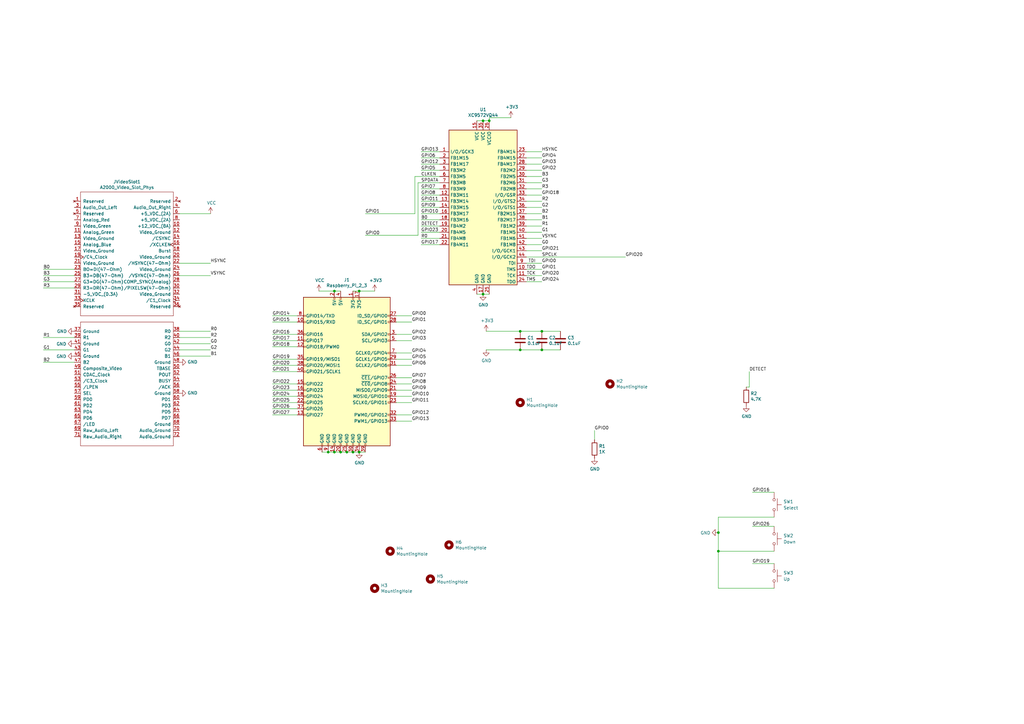
<source format=kicad_sch>
(kicad_sch (version 20220103) (generator eeschema)
  (paper "A3")
  (title_block (title "RGBtoHDMI Amiga Video Slot Adapter") (date "2021-03-27") (rev "2"))
  (lib_symbols
    (symbol "Connector:Raspberry_Pi_2_3" (pin_names (offset 1.016))
      (property "Reference" "J" (at -17.78 31.75 0))
      (property "Value" "Raspberry_Pi_2_3" (at 10.16 -31.75 0))
      (symbol "Raspberry_Pi_2_3_0_1"
        (rectangle (start -17.78 30.48) (end 17.78 -30.48) (stroke (width 0.254)) (fill (type background)))
      )
      (symbol "Raspberry_Pi_2_3_1_1"
        (rectangle (start -16.891 -17.526) (end -17.78 -18.034))
        (rectangle (start -16.891 -14.986) (end -17.78 -15.494))
        (rectangle (start -16.891 -12.446) (end -17.78 -12.954))
        (rectangle (start -16.891 -9.906) (end -17.78 -10.414))
        (rectangle (start -16.891 -7.366) (end -17.78 -7.874))
        (rectangle (start -16.891 -4.826) (end -17.78 -5.334))
        (rectangle (start -16.891 0.254) (end -17.78 -0.254))
        (rectangle (start -16.891 2.794) (end -17.78 2.286))
        (rectangle (start -16.891 5.334) (end -17.78 4.826))
        (rectangle (start -16.891 10.414) (end -17.78 9.906))
        (rectangle (start -16.891 12.954) (end -17.78 12.446))
        (rectangle (start -16.891 15.494) (end -17.78 14.986))
        (rectangle (start -16.891 20.574) (end -17.78 20.066))
        (rectangle (start -16.891 23.114) (end -17.78 22.606))
        (rectangle (start -10.414 -29.591) (end -9.906 -30.48))
        (rectangle (start -7.874 -29.591) (end -7.366 -30.48))
        (rectangle (start -5.334 -29.591) (end -4.826 -30.48))
        (rectangle (start -5.334 30.48) (end -4.826 29.591))
        (rectangle (start -2.794 -29.591) (end -2.286 -30.48))
        (rectangle (start -2.794 30.48) (end -2.286 29.591))
        (rectangle (start -0.254 -29.591) (end 0.254 -30.48))
        (rectangle (start 2.286 -29.591) (end 2.794 -30.48))
        (rectangle (start 2.286 30.48) (end 2.794 29.591))
        (rectangle (start 4.826 -29.591) (end 5.334 -30.48))
        (rectangle (start 4.826 30.48) (end 5.334 29.591))
        (rectangle (start 7.366 -29.591) (end 7.874 -30.48))
        (rectangle (start 17.78 -20.066) (end 16.891 -20.574))
        (rectangle (start 17.78 -17.526) (end 16.891 -18.034))
        (rectangle (start 17.78 -12.446) (end 16.891 -12.954))
        (rectangle (start 17.78 -9.906) (end 16.891 -10.414))
        (rectangle (start 17.78 -7.366) (end 16.891 -7.874))
        (rectangle (start 17.78 -4.826) (end 16.891 -5.334))
        (rectangle (start 17.78 -2.286) (end 16.891 -2.794))
        (rectangle (start 17.78 2.794) (end 16.891 2.286))
        (rectangle (start 17.78 5.334) (end 16.891 4.826))
        (rectangle (start 17.78 7.874) (end 16.891 7.366))
        (rectangle (start 17.78 12.954) (end 16.891 12.446))
        (rectangle (start 17.78 15.494) (end 16.891 14.986))
        (rectangle (start 17.78 20.574) (end 16.891 20.066))
        (rectangle (start 17.78 23.114) (end 16.891 22.606))
        (pin power_in line (at 2.54 33.02 270) (length 2.54) (name "3V3") (number "1"))
        (pin bidirectional line (at -20.32 20.32 0) (length 2.54) (name "GPIO15/RXD") (number "10"))
        (pin bidirectional line (at -20.32 12.7 0) (length 2.54) (name "GPIO17") (number "11"))
        (pin bidirectional line (at -20.32 10.16 0) (length 2.54) (name "GPIO18/PWM0") (number "12"))
        (pin bidirectional line (at -20.32 -17.78 0) (length 2.54) (name "GPIO27") (number "13"))
        (pin power_in line (at -5.08 -33.02 90) (length 2.54) (name "GND") (number "14"))
        (pin bidirectional line (at -20.32 -5.08 0) (length 2.54) (name "GPIO22") (number "15"))
        (pin bidirectional line (at -20.32 -7.62 0) (length 2.54) (name "GPIO23") (number "16"))
        (pin power_in line (at 5.08 33.02 270) (length 2.54) (name "3V3") (number "17"))
        (pin bidirectional line (at -20.32 -10.16 0) (length 2.54) (name "GPIO24") (number "18"))
        (pin bidirectional line (at 20.32 -10.16 180) (length 2.54) (name "MOSI0/GPIO10") (number "19"))
        (pin power_in line (at -5.08 33.02 270) (length 2.54) (name "5V") (number "2"))
        (pin power_in line (at -2.54 -33.02 90) (length 2.54) (name "GND") (number "20"))
        (pin bidirectional line (at 20.32 -7.62 180) (length 2.54) (name "MISO0/GPIO9") (number "21"))
        (pin bidirectional line (at -20.32 -12.7 0) (length 2.54) (name "GPIO25") (number "22"))
        (pin bidirectional line (at 20.32 -12.7 180) (length 2.54) (name "SCLK0/GPIO11") (number "23"))
        (pin bidirectional line (at 20.32 -5.08 180) (length 2.54) (name "~{CE0}/GPIO8") (number "24"))
        (pin power_in line (at 0 -33.02 90) (length 2.54) (name "GND") (number "25"))
        (pin bidirectional line (at 20.32 -2.54 180) (length 2.54) (name "~{CE1}/GPIO7") (number "26"))
        (pin bidirectional line (at 20.32 22.86 180) (length 2.54) (name "ID_SD/GPIO0") (number "27"))
        (pin bidirectional line (at 20.32 20.32 180) (length 2.54) (name "ID_SC/GPIO1") (number "28"))
        (pin bidirectional line (at 20.32 5.08 180) (length 2.54) (name "GCLK1/GPIO5") (number "29"))
        (pin bidirectional line (at 20.32 15.24 180) (length 2.54) (name "SDA/GPIO2") (number "3"))
        (pin power_in line (at 2.54 -33.02 90) (length 2.54) (name "GND") (number "30"))
        (pin bidirectional line (at 20.32 2.54 180) (length 2.54) (name "GCLK2/GPIO6") (number "31"))
        (pin bidirectional line (at 20.32 -17.78 180) (length 2.54) (name "PWM0/GPIO12") (number "32"))
        (pin bidirectional line (at 20.32 -20.32 180) (length 2.54) (name "PWM1/GPIO13") (number "33"))
        (pin power_in line (at 5.08 -33.02 90) (length 2.54) (name "GND") (number "34"))
        (pin bidirectional line (at -20.32 5.08 0) (length 2.54) (name "GPIO19/MISO1") (number "35"))
        (pin bidirectional line (at -20.32 15.24 0) (length 2.54) (name "GPIO16") (number "36"))
        (pin bidirectional line (at -20.32 -15.24 0) (length 2.54) (name "GPIO26") (number "37"))
        (pin bidirectional line (at -20.32 2.54 0) (length 2.54) (name "GPIO20/MOSI1") (number "38"))
        (pin power_in line (at 7.62 -33.02 90) (length 2.54) (name "GND") (number "39"))
        (pin power_in line (at -2.54 33.02 270) (length 2.54) (name "5V") (number "4"))
        (pin bidirectional line (at -20.32 0 0) (length 2.54) (name "GPIO21/SCLK1") (number "40"))
        (pin bidirectional line (at 20.32 12.7 180) (length 2.54) (name "SCL/GPIO3") (number "5"))
        (pin power_in line (at -10.16 -33.02 90) (length 2.54) (name "GND") (number "6"))
        (pin bidirectional line (at 20.32 7.62 180) (length 2.54) (name "GCLK0/GPIO4") (number "7"))
        (pin bidirectional line (at -20.32 22.86 0) (length 2.54) (name "GPIO14/TXD") (number "8"))
        (pin power_in line (at -7.62 -33.02 90) (length 2.54) (name "GND") (number "9"))
      )
    )
    (symbol "Device:C" (pin_numbers hide) (pin_names (offset 0.254))
      (property "Reference" "C" (at 0.635 2.54 0))
      (property "Value" "C" (at 0.635 -2.54 0))
      (symbol "C_0_1"
        (polyline (pts (xy -2.032 -0.762) (xy 2.032 -0.762)) (stroke (width 0.508)))
        (polyline (pts (xy -2.032 0.762) (xy 2.032 0.762)) (stroke (width 0.508)))
      )
      (symbol "C_1_1"
        (pin passive line (at 0 3.81 270) (length 2.794) (name "~") (number "1"))
        (pin passive line (at 0 -3.81 90) (length 2.794) (name "~") (number "2"))
      )
    )
    (symbol "Device:R" (pin_numbers hide) (pin_names (offset 0))
      (property "Reference" "R" (at 2.032 0 90))
      (property "Value" "R" (at 0 0 90))
      (symbol "R_0_1"
        (rectangle (start -1.016 -2.54) (end 1.016 2.54) (stroke (width 0.254)))
      )
      (symbol "R_1_1"
        (pin passive line (at 0 3.81 270) (length 1.27) (name "~") (number "1"))
        (pin passive line (at 0 -3.81 90) (length 1.27) (name "~") (number "2"))
      )
    )
    (symbol "Mechanical:MountingHole" (pin_names (offset 1.016))
      (property "Reference" "H" (at 0 5.08 0))
      (property "Value" "MountingHole" (at 0 3.175 0))
      (symbol "MountingHole_0_1"
        (circle (center 0 0) (radius 1.27) (stroke (width 1.27)))
      )
    )
    (symbol "Switch:SW_Push" (pin_numbers hide) (pin_names (offset 1.016) hide)
      (property "Reference" "SW" (at 1.27 2.54 0))
      (property "Value" "SW_Push" (at 0 -1.524 0))
      (symbol "SW_Push_0_1"
        (circle (center -2.032 0) (radius 0.508))
        (polyline (pts (xy 0 1.27) (xy 0 3.048)))
        (polyline (pts (xy 2.54 1.27) (xy -2.54 1.27)))
        (circle (center 2.032 0) (radius 0.508))
        (pin passive line (at -5.08 0 0) (length 2.54) (name "1") (number "1"))
        (pin passive line (at 5.08 0 180) (length 2.54) (name "2") (number "2"))
      )
    )
    (symbol "XC9572VQ44:XC9572VQ44"
      (property "Reference" "U" (at -13.97 33.02 0))
      (property "Value" "XC9572VQ44" (at -13.97 -33.02 0))
      (symbol "XC9572VQ44_1_1"
        (rectangle (start -13.97 31.75) (end 13.97 -31.75) (stroke (width 0.254)) (fill (type background)))
        (pin bidirectional line (at -17.78 22.86 0) (length 3.81) (name "I/O/GCK3") (number "1"))
        (pin input line (at 17.78 -25.4 180) (length 3.81) (name "TMS") (number "10"))
        (pin input line (at 17.78 -27.94 180) (length 3.81) (name "TCK") (number "11"))
        (pin bidirectional line (at -17.78 5.08 0) (length 3.81) (name "FB3M11") (number "12"))
        (pin bidirectional line (at -17.78 2.54 0) (length 3.81) (name "FB3M14") (number "13"))
        (pin bidirectional line (at -17.78 0 0) (length 3.81) (name "FB3M15") (number "14"))
        (pin power_in line (at -2.54 35.56 270) (length 3.81) (name "VCC") (number "15"))
        (pin bidirectional line (at -17.78 -2.54 0) (length 3.81) (name "FB3M17") (number "16"))
        (pin power_in line (at 0 -35.56 90) (length 3.81) (name "GND") (number "17"))
        (pin bidirectional line (at -17.78 -5.08 0) (length 3.81) (name "FB3M16") (number "18"))
        (pin bidirectional line (at -17.78 -7.62 0) (length 3.81) (name "FB4M2") (number "19"))
        (pin bidirectional line (at -17.78 20.32 0) (length 3.81) (name "FB1M15") (number "2"))
        (pin bidirectional line (at -17.78 -10.16 0) (length 3.81) (name "FB4M5") (number "20"))
        (pin bidirectional line (at -17.78 -12.7 0) (length 3.81) (name "FB4M8") (number "21"))
        (pin bidirectional line (at -17.78 -15.24 0) (length 3.81) (name "FB4M11") (number "22"))
        (pin bidirectional line (at 17.78 22.86 180) (length 3.81) (name "FB4M14") (number "23"))
        (pin output line (at 17.78 -30.48 180) (length 3.81) (name "TDO") (number "24"))
        (pin power_in line (at 2.54 -35.56 90) (length 3.81) (name "GND") (number "25"))
        (pin power_in line (at 2.54 35.56 270) (length 3.81) (name "VCCIO") (number "26"))
        (pin bidirectional line (at 17.78 20.32 180) (length 3.81) (name "FB4M15") (number "27"))
        (pin bidirectional line (at 17.78 17.78 180) (length 3.81) (name "FB4M17") (number "28"))
        (pin bidirectional line (at 17.78 15.24 180) (length 3.81) (name "FB2M2") (number "29"))
        (pin bidirectional line (at -17.78 17.78 0) (length 3.81) (name "FB1M17") (number "3"))
        (pin bidirectional line (at 17.78 12.7 180) (length 3.81) (name "FB2M5") (number "30"))
        (pin bidirectional line (at 17.78 10.16 180) (length 3.81) (name "FB2M6") (number "31"))
        (pin bidirectional line (at 17.78 7.62 180) (length 3.81) (name "FB2M8") (number "32"))
        (pin bidirectional line (at 17.78 5.08 180) (length 3.81) (name "I/O/GSR") (number "33"))
        (pin bidirectional line (at 17.78 2.54 180) (length 3.81) (name "I/O/GTS2") (number "34"))
        (pin power_in line (at 0 35.56 270) (length 3.81) (name "VCC") (number "35"))
        (pin bidirectional line (at 17.78 0 180) (length 3.81) (name "I/O/GTS1") (number "36"))
        (pin bidirectional line (at 17.78 -2.54 180) (length 3.81) (name "FB2M15") (number "37"))
        (pin bidirectional line (at 17.78 -5.08 180) (length 3.81) (name "FB2M17") (number "38"))
        (pin bidirectional line (at 17.78 -7.62 180) (length 3.81) (name "FB1M2") (number "39"))
        (pin power_in line (at -2.54 -35.56 90) (length 3.81) (name "GND") (number "4"))
        (pin bidirectional line (at 17.78 -10.16 180) (length 3.81) (name "FB1M5") (number "40"))
        (pin bidirectional line (at 17.78 -12.7 180) (length 3.81) (name "FB1M6") (number "41"))
        (pin bidirectional line (at 17.78 -15.24 180) (length 3.81) (name "FB1M8") (number "42"))
        (pin bidirectional line (at 17.78 -17.78 180) (length 3.81) (name "I/O/GCK1") (number "43"))
        (pin bidirectional line (at 17.78 -20.32 180) (length 3.81) (name "I/O/GCK2") (number "44"))
        (pin bidirectional line (at -17.78 15.24 0) (length 3.81) (name "FB3M2") (number "5"))
        (pin bidirectional line (at -17.78 12.7 0) (length 3.81) (name "FB3M5") (number "6"))
        (pin bidirectional line (at -17.78 10.16 0) (length 3.81) (name "FB3M8") (number "7"))
        (pin bidirectional line (at -17.78 7.62 0) (length 3.81) (name "FB3M9") (number "8"))
        (pin input line (at 17.78 -22.86 180) (length 3.81) (name "TDI") (number "9"))
      )
    )
    (symbol "amiga-conn:A2000_Video_Slot_Phys" (pin_names (offset 1.016))
      (property "Reference" "J" (at 0 50.8 0))
      (property "Value" "A2000_Video_Slot_Phys" (at 0 55.88 0))
      (symbol "A2000_Video_Slot_Phys_0_1"
        (rectangle (start -19.05 -1.27) (end 19.05 -52.07))
        (rectangle (start -19.05 52.07) (end 19.05 1.27))
      )
      (symbol "A2000_Video_Slot_Phys_1_1"
        (pin no_connect line (at -21.59 48.26 0) (length 2.54) (name "Reserved") (number "1"))
        (pin power_out line (at 21.59 38.1 180) (length 2.54) (name "+12_VDC_(8A)") (number "10"))
        (pin output line (at -21.59 35.56 0) (length 2.54) (name "Analog_Green") (number "11"))
        (pin passive line (at 21.59 35.56 180) (length 2.54) (name "Video_Ground") (number "12"))
        (pin passive line (at -21.59 33.02 0) (length 2.54) (name "Video_Ground") (number "13"))
        (pin output line (at 21.59 33.02 180) (length 2.54) (name "/CSYNC") (number "14"))
        (pin output line (at -21.59 30.48 0) (length 2.54) (name "Analog_Blue") (number "15"))
        (pin input clock (at 21.59 30.48 180) (length 2.54) (name "/XCLKEN") (number "16"))
        (pin passive line (at -21.59 27.94 0) (length 2.54) (name "Video_Ground") (number "17"))
        (pin output line (at 21.59 27.94 180) (length 2.54) (name "Burst") (number "18"))
        (pin output clock (at -21.59 25.4 0) (length 2.54) (name "/C4_Clock") (number "19"))
        (pin no_connect line (at 21.59 48.26 180) (length 2.54) (name "Reserved") (number "2"))
        (pin passive line (at 21.59 25.4 180) (length 2.54) (name "Video_Ground") (number "20"))
        (pin passive line (at -21.59 22.86 0) (length 2.54) (name "Video_Ground") (number "21"))
        (pin bidirectional line (at 21.59 22.86 180) (length 2.54) (name "/HSYNC(47-Ohm)") (number "22"))
        (pin output line (at -21.59 20.32 0) (length 2.54) (name "BO=DI(47-Ohm)") (number "23"))
        (pin passive line (at 21.59 20.32 180) (length 2.54) (name "Video_Ground") (number "24"))
        (pin passive line (at -21.59 17.78 0) (length 2.54) (name "B3=DB(47-Ohm)") (number "25"))
        (pin bidirectional line (at 21.59 17.78 180) (length 2.54) (name "/VSYNC(47-Ohm)") (number "26"))
        (pin passive line (at -21.59 15.24 0) (length 2.54) (name "G3=DG(47-Ohm)") (number "27"))
        (pin output line (at 21.59 15.24 180) (length 2.54) (name "COMP_SYNC(Analog)") (number "28"))
        (pin output line (at -21.59 12.7 0) (length 2.54) (name "R3=DR(47-Ohm)") (number "29"))
        (pin output line (at -21.59 45.72 0) (length 2.54) (name "Audio_Out_Left") (number "3"))
        (pin output line (at 21.59 12.7 180) (length 2.54) (name "/PIXELSW(47-Ohm)") (number "30"))
        (pin power_out line (at -21.59 10.16 0) (length 2.54) (name "-5_VDC_(0.3A)") (number "31"))
        (pin passive line (at 21.59 10.16 180) (length 2.54) (name "Video_Ground") (number "32"))
        (pin input clock (at -21.59 7.62 0) (length 2.54) (name "XCLK") (number "33"))
        (pin output edge_clock_high (at 21.59 7.62 180) (length 2.54) (name "/C1_Clock") (number "34"))
        (pin no_connect line (at -21.59 5.08 0) (length 2.54) (name "Reserved") (number "35"))
        (pin no_connect line (at 21.59 5.08 180) (length 2.54) (name "Reserved") (number "36"))
        (pin passive line (at -21.59 -5.08 0) (length 2.54) (name "Ground") (number "37"))
        (pin output line (at 21.59 -5.08 180) (length 2.54) (name "R0") (number "38"))
        (pin output line (at -21.59 -7.62 0) (length 2.54) (name "R1") (number "39"))
        (pin output line (at 21.59 45.72 180) (length 2.54) (name "Audio_Out_Right") (number "4"))
        (pin output line (at 21.59 -7.62 180) (length 2.54) (name "R2") (number "40"))
        (pin passive line (at -21.59 -10.16 0) (length 2.54) (name "Ground") (number "41"))
        (pin output line (at 21.59 -10.16 180) (length 2.54) (name "G0") (number "42"))
        (pin output line (at -21.59 -12.7 0) (length 2.54) (name "G1") (number "43"))
        (pin output line (at 21.59 -12.7 180) (length 2.54) (name "G2") (number "44"))
        (pin passive line (at -21.59 -15.24 0) (length 2.54) (name "Ground") (number "45"))
        (pin output line (at 21.59 -15.24 180) (length 2.54) (name "B1") (number "46"))
        (pin output line (at -21.59 -17.78 0) (length 2.54) (name "B2") (number "47"))
        (pin passive line (at 21.59 -17.78 180) (length 2.54) (name "Ground") (number "48"))
        (pin output line (at -21.59 -20.32 0) (length 2.54) (name "Composite_Video") (number "49"))
        (pin no_connect line (at -21.59 43.18 0) (length 2.54) (name "Reserved") (number "5"))
        (pin output line (at 21.59 -20.32 180) (length 2.54) (name "TBASE") (number "50"))
        (pin output line (at -21.59 -22.86 0) (length 2.54) (name "CDAC_Clock") (number "51"))
        (pin output line (at 21.59 -22.86 180) (length 2.54) (name "POUT") (number "52"))
        (pin output line (at -21.59 -25.4 0) (length 2.54) (name "/C3_Clock") (number "53"))
        (pin output line (at 21.59 -25.4 180) (length 2.54) (name "BUSY") (number "54"))
        (pin output line (at -21.59 -27.94 0) (length 2.54) (name "/LPEN") (number "55"))
        (pin output line (at 21.59 -27.94 180) (length 2.54) (name "/ACK") (number "56"))
        (pin output line (at -21.59 -30.48 0) (length 2.54) (name "SEL") (number "57"))
        (pin passive line (at 21.59 -30.48 180) (length 2.54) (name "Ground") (number "58"))
        (pin output line (at -21.59 -33.02 0) (length 2.54) (name "PD0") (number "59"))
        (pin power_out line (at 21.59 43.18 180) (length 2.54) (name "+5_VDC_(2A)") (number "6"))
        (pin output line (at 21.59 -33.02 180) (length 2.54) (name "PD1") (number "60"))
        (pin output line (at -21.59 -35.56 0) (length 2.54) (name "PD2") (number "61"))
        (pin output line (at 21.59 -35.56 180) (length 2.54) (name "PD3") (number "62"))
        (pin output line (at -21.59 -38.1 0) (length 2.54) (name "PD4") (number "63"))
        (pin output line (at 21.59 -38.1 180) (length 2.54) (name "PD5") (number "64"))
        (pin output line (at -21.59 -40.64 0) (length 2.54) (name "PD6") (number "65"))
        (pin output line (at 21.59 -40.64 180) (length 2.54) (name "PD7") (number "66"))
        (pin output line (at -21.59 -43.18 0) (length 2.54) (name "/LED") (number "67"))
        (pin passive line (at 21.59 -43.18 180) (length 2.54) (name "Ground") (number "68"))
        (pin output line (at -21.59 -45.72 0) (length 2.54) (name "Raw_Audio_Left") (number "69"))
        (pin input line (at -21.59 40.64 0) (length 2.54) (name "Analog_Red") (number "7"))
        (pin passive line (at 21.59 -45.72 180) (length 2.54) (name "Audio_Ground") (number "70"))
        (pin output line (at -21.59 -48.26 0) (length 2.54) (name "Raw_Audio_Right") (number "71"))
        (pin passive line (at 21.59 -48.26 180) (length 2.54) (name "Audio_Ground") (number "72"))
        (pin power_out line (at 21.59 40.64 180) (length 2.54) (name "+5_VDC_(2A)") (number "8"))
        (pin output line (at -21.59 38.1 0) (length 2.54) (name "Video_Green") (number "9"))
      )
    )
    (symbol "power:+3.3V" (power) (pin_names (offset 0))
      (property "Value" "+3.3V" (at 0 3.556 0))
      (symbol "+3.3V_0_1"
        (polyline (pts (xy -0.762 1.27) (xy 0 2.54)))
        (polyline (pts (xy 0 0) (xy 0 2.54)))
        (polyline (pts (xy 0 2.54) (xy 0.762 1.27)))
      )
      (symbol "+3.3V_1_1"
        (pin power_in line (at 0 0 90) (length 0) hide (name "+3V3") (number "1"))
      )
    )
    (symbol "power:GND" (power) (pin_names (offset 0))
      (property "Value" "GND" (at 0 -3.81 0))
      (symbol "GND_0_1"
        (polyline (pts (xy 0 0) (xy 0 -1.27) (xy 1.27 -1.27) (xy 0 -2.54) (xy -1.27 -1.27) (xy 0 -1.27)))
      )
      (symbol "GND_1_1"
        (pin power_in line (at 0 0 270) (length 0) hide (name "GND") (number "1"))
      )
    )
    (symbol "power:VCC" (power) (pin_names (offset 0))
      (property "Value" "VCC" (at 0 3.81 0))
      (symbol "VCC_0_1"
        (polyline (pts (xy -0.762 1.27) (xy 0 2.54)))
        (polyline (pts (xy 0 0) (xy 0 2.54)))
        (polyline (pts (xy 0 2.54) (xy 0.762 1.27)))
      )
      (symbol "VCC_1_1"
        (pin power_in line (at 0 0 90) (length 0) hide (name "VCC") (number "1"))
      )
    )
  )
  (junction (at 198.12 120.65))
  (junction (at 137.16 119.38))
  (junction (at 144.78 185.42))
  (junction (at 213.36 143.51))
  (junction (at 213.36 135.89))
  (junction (at 142.24 185.42))
  (junction (at 147.32 185.42))
  (junction (at 200.66 49.53))
  (junction (at 294.64 226.06))
  (junction (at 198.12 49.53))
  (junction (at 139.7 185.42))
  (junction (at 137.16 185.42))
  (junction (at 147.32 119.38))
  (junction (at 222.25 143.51))
  (junction (at 222.25 135.89))
  (junction (at 134.62 185.42))
  (junction (at 294.64 218.44))
  (wire (pts (xy 17.78 118.11) (xy 30.48 118.11)))
  (wire (pts (xy 222.25 143.51) (xy 213.36 143.51)))
  (wire (pts (xy 162.56 157.48) (xy 168.91 157.48)))
  (wire (pts (xy 111.76 157.48) (xy 121.92 157.48)))
  (wire (pts (xy 317.5 241.3) (xy 294.64 241.3)))
  (wire (pts (xy 222.25 100.33) (xy 215.9 100.33)))
  (wire (pts (xy 222.25 107.95) (xy 215.9 107.95)))
  (wire (pts (xy 168.91 172.72) (xy 162.56 172.72)))
  (wire (pts (xy 229.87 143.51) (xy 222.25 143.51)))
  (wire (pts (xy 222.25 67.31) (xy 215.9 67.31)))
  (wire (pts (xy 222.25 64.77) (xy 215.9 64.77)))
  (wire (pts (xy 111.76 170.18) (xy 121.92 170.18)))
  (wire (pts (xy 162.56 170.18) (xy 168.91 170.18)))
  (wire (pts (xy 170.18 72.39) (xy 170.18 87.63)))
  (wire (pts (xy 86.36 107.95) (xy 73.66 107.95)))
  (wire (pts (xy 222.25 95.25) (xy 215.9 95.25)))
  (wire (pts (xy 307.34 158.75) (xy 306.07 158.75)))
  (wire (pts (xy 308.61 231.14) (xy 317.5 231.14)))
  (wire (pts (xy 17.78 138.43) (xy 30.48 138.43)))
  (wire (pts (xy 222.25 82.55) (xy 215.9 82.55)))
  (wire (pts (xy 168.91 132.08) (xy 162.56 132.08)))
  (wire (pts (xy 307.34 152.4) (xy 307.34 158.75)))
  (wire (pts (xy 172.72 90.17) (xy 180.34 90.17)))
  (wire (pts (xy 139.7 185.42) (xy 142.24 185.42)))
  (wire (pts (xy 147.32 185.42) (xy 149.86 185.42)))
  (wire (pts (xy 198.12 120.65) (xy 200.66 120.65)))
  (wire (pts (xy 198.12 49.53) (xy 195.58 49.53)))
  (wire (pts (xy 172.72 95.25) (xy 180.34 95.25)))
  (wire (pts (xy 172.72 100.33) (xy 180.34 100.33)))
  (wire (pts (xy 222.25 110.49) (xy 215.9 110.49)))
  (wire (pts (xy 172.72 62.23) (xy 180.34 62.23)))
  (wire (pts (xy 294.64 241.3) (xy 294.64 226.06)))
  (wire (pts (xy 168.91 165.1) (xy 162.56 165.1)))
  (wire (pts (xy 308.61 201.93) (xy 317.5 201.93)))
  (wire (pts (xy 130.81 119.38) (xy 137.16 119.38)))
  (wire (pts (xy 17.78 148.59) (xy 30.48 148.59)))
  (wire (pts (xy 200.66 49.53) (xy 198.12 49.53)))
  (wire (pts (xy 171.45 74.93) (xy 171.45 96.52)))
  (wire (pts (xy 134.62 185.42) (xy 137.16 185.42)))
  (wire (pts (xy 111.76 167.64) (xy 121.92 167.64)))
  (wire (pts (xy 73.66 140.97) (xy 86.36 140.97)))
  (wire (pts (xy 317.5 212.09) (xy 294.64 212.09)))
  (wire (pts (xy 222.25 115.57) (xy 215.9 115.57)))
  (wire (pts (xy 172.72 67.31) (xy 180.34 67.31)))
  (wire (pts (xy 294.64 218.44) (xy 294.64 226.06)))
  (wire (pts (xy 142.24 185.42) (xy 144.78 185.42)))
  (wire (pts (xy 222.25 102.87) (xy 215.9 102.87)))
  (wire (pts (xy 111.76 149.86) (xy 121.92 149.86)))
  (wire (pts (xy 111.76 162.56) (xy 121.92 162.56)))
  (wire (pts (xy 172.72 97.79) (xy 180.34 97.79)))
  (wire (pts (xy 162.56 137.16) (xy 168.91 137.16)))
  (wire (pts (xy 73.66 138.43) (xy 86.36 138.43)))
  (wire (pts (xy 86.36 113.03) (xy 73.66 113.03)))
  (wire (pts (xy 132.08 185.42) (xy 134.62 185.42)))
  (wire (pts (xy 73.66 87.63) (xy 86.36 87.63)))
  (wire (pts (xy 199.39 135.89) (xy 213.36 135.89)))
  (wire (pts (xy 162.56 144.78) (xy 168.91 144.78)))
  (wire (pts (xy 111.76 142.24) (xy 121.92 142.24)))
  (wire (pts (xy 222.25 90.17) (xy 215.9 90.17)))
  (wire (pts (xy 209.55 48.26) (xy 200.66 48.26)))
  (wire (pts (xy 17.78 113.03) (xy 30.48 113.03)))
  (wire (pts (xy 172.72 64.77) (xy 180.34 64.77)))
  (wire (pts (xy 172.72 80.01) (xy 180.34 80.01)))
  (wire (pts (xy 137.16 185.42) (xy 139.7 185.42)))
  (wire (pts (xy 172.72 82.55) (xy 180.34 82.55)))
  (wire (pts (xy 222.25 97.79) (xy 215.9 97.79)))
  (wire (pts (xy 200.66 48.26) (xy 200.66 49.53)))
  (wire (pts (xy 73.66 146.05) (xy 86.36 146.05)))
  (wire (pts (xy 222.25 135.89) (xy 229.87 135.89)))
  (wire (pts (xy 111.76 129.54) (xy 121.92 129.54)))
  (wire (pts (xy 17.78 110.49) (xy 30.48 110.49)))
  (wire (pts (xy 222.25 80.01) (xy 215.9 80.01)))
  (wire (pts (xy 199.39 143.51) (xy 213.36 143.51)))
  (wire (pts (xy 111.76 132.08) (xy 121.92 132.08)))
  (wire (pts (xy 222.25 87.63) (xy 215.9 87.63)))
  (wire (pts (xy 111.76 160.02) (xy 121.92 160.02)))
  (wire (pts (xy 215.9 105.41) (xy 256.54 105.41)))
  (wire (pts (xy 111.76 152.4) (xy 121.92 152.4)))
  (wire (pts (xy 17.78 143.51) (xy 30.48 143.51)))
  (wire (pts (xy 317.5 226.06) (xy 294.64 226.06)))
  (wire (pts (xy 172.72 69.85) (xy 180.34 69.85)))
  (wire (pts (xy 172.72 87.63) (xy 180.34 87.63)))
  (wire (pts (xy 149.86 87.63) (xy 170.18 87.63)))
  (wire (pts (xy 168.91 139.7) (xy 162.56 139.7)))
  (wire (pts (xy 243.84 176.53) (xy 243.84 180.34)))
  (wire (pts (xy 168.91 154.94) (xy 162.56 154.94)))
  (wire (pts (xy 162.56 162.56) (xy 168.91 162.56)))
  (wire (pts (xy 213.36 135.89) (xy 222.25 135.89)))
  (wire (pts (xy 222.25 77.47) (xy 215.9 77.47)))
  (wire (pts (xy 168.91 160.02) (xy 162.56 160.02)))
  (wire (pts (xy 144.78 185.42) (xy 147.32 185.42)))
  (wire (pts (xy 73.66 143.51) (xy 86.36 143.51)))
  (wire (pts (xy 180.34 74.93) (xy 171.45 74.93)))
  (wire (pts (xy 168.91 147.32) (xy 162.56 147.32)))
  (wire (pts (xy 170.18 72.39) (xy 180.34 72.39)))
  (wire (pts (xy 17.78 115.57) (xy 30.48 115.57)))
  (wire (pts (xy 222.25 85.09) (xy 215.9 85.09)))
  (wire (pts (xy 111.76 137.16) (xy 121.92 137.16)))
  (wire (pts (xy 222.25 69.85) (xy 215.9 69.85)))
  (wire (pts (xy 222.25 72.39) (xy 215.9 72.39)))
  (wire (pts (xy 172.72 92.71) (xy 180.34 92.71)))
  (wire (pts (xy 172.72 85.09) (xy 180.34 85.09)))
  (wire (pts (xy 73.66 135.89) (xy 86.36 135.89)))
  (wire (pts (xy 139.7 119.38) (xy 137.16 119.38)))
  (wire (pts (xy 172.72 77.47) (xy 180.34 77.47)))
  (wire (pts (xy 198.12 120.65) (xy 195.58 120.65)))
  (wire (pts (xy 168.91 129.54) (xy 162.56 129.54)))
  (wire (pts (xy 111.76 147.32) (xy 121.92 147.32)))
  (wire (pts (xy 149.86 96.52) (xy 171.45 96.52)))
  (wire (pts (xy 317.5 215.9) (xy 308.61 215.9)))
  (wire (pts (xy 111.76 139.7) (xy 121.92 139.7)))
  (wire (pts (xy 222.25 74.93) (xy 215.9 74.93)))
  (wire (pts (xy 222.25 113.03) (xy 215.9 113.03)))
  (wire (pts (xy 153.67 119.38) (xy 147.32 119.38)))
  (wire (pts (xy 222.25 92.71) (xy 215.9 92.71)))
  (wire (pts (xy 147.32 119.38) (xy 144.78 119.38)))
  (wire (pts (xy 294.64 212.09) (xy 294.64 218.44)))
  (wire (pts (xy 162.56 149.86) (xy 168.91 149.86)))
  (wire (pts (xy 111.76 165.1) (xy 121.92 165.1)))
  (wire (pts (xy 222.25 62.23) (xy 215.9 62.23)))
  (label "GPIO16" (at 111.76 137.16 0))
  (label "B1" (at 222.25 90.17 0))
  (label "B2" (at 222.25 87.63 0))
  (label "GPIO10" (at 168.91 162.56 0))
  (label "G1" (at 222.25 95.25 0))
  (label "GPIO5" (at 168.91 147.32 0))
  (label "TMS" (at 219.71 115.57 180))
  (label "R1" (at 17.78 138.43 0))
  (label "GPIO8" (at 172.72 80.01 0))
  (label "GPIO27" (at 111.76 170.18 0))
  (label "GPIO4" (at 168.91 144.78 0))
  (label "GPIO24" (at 222.25 115.57 0))
  (label "GPIO21" (at 111.76 152.4 0))
  (label "HSYNC" (at 86.36 107.95 0))
  (label "GPIO2" (at 222.25 69.85 0))
  (label "VSYNC" (at 222.25 97.79 0))
  (label "GPIO17" (at 111.76 139.7 0))
  (label "R2" (at 222.25 82.55 0))
  (label "GPIO18" (at 222.25 80.01 0))
  (label "GPIO6" (at 168.91 149.86 0))
  (label "GPIO0" (at 149.86 96.52 0))
  (label "GPIO15" (at 111.76 132.08 0))
  (label "GPIO4" (at 222.25 64.77 0))
  (label "GPIO26" (at 308.61 215.9 0))
  (label "GPIO17" (at 172.72 100.33 0))
  (label "GPIO13" (at 172.72 62.23 0))
  (label "G2" (at 222.25 85.09 0))
  (label "G0" (at 222.25 100.33 0))
  (label "TDO" (at 219.71 110.49 180))
  (label "GPIO12" (at 168.91 170.18 0))
  (label "HSYNC" (at 222.25 62.23 0))
  (label "GPIO19" (at 111.76 147.32 0))
  (label "GPIO20" (at 256.54 105.41 0))
  (label "GPIO1" (at 149.86 87.63 0))
  (label "B2" (at 17.78 148.59 0))
  (label "GPIO11" (at 168.91 165.1 0))
  (label "G2" (at 86.36 143.51 0))
  (label "DETECT" (at 307.34 152.4 0))
  (label "GPIO16" (at 308.61 201.93 0))
  (label "GPIO18" (at 111.76 142.24 0))
  (label "B0" (at 172.72 90.17 0))
  (label "GPIO2" (at 168.91 137.16 0))
  (label "DETECT" (at 172.72 92.71 0))
  (label "GPIO5" (at 172.72 69.85 0))
  (label "CLKEN" (at 172.72 72.39 0))
  (label "R3" (at 17.78 118.11 0))
  (label "GPIO1" (at 222.25 110.49 0))
  (label "GPIO7" (at 168.91 154.94 0))
  (label "R0" (at 172.72 97.79 0))
  (label "G1" (at 17.78 143.51 0))
  (label "GPIO19" (at 308.61 231.14 0))
  (label "GPIO23" (at 172.72 95.25 0))
  (label "GPIO12" (at 172.72 67.31 0))
  (label "GPIO21" (at 222.25 102.87 0))
  (label "GPIO0" (at 168.91 129.54 0))
  (label "GPIO7" (at 172.72 77.47 0))
  (label "G0" (at 86.36 140.97 0))
  (label "GPIO0" (at 222.25 107.95 0))
  (label "R0" (at 86.36 135.89 0))
  (label "GPIO26" (at 111.76 167.64 0))
  (label "GPIO10" (at 172.72 87.63 0))
  (label "GPIO22" (at 111.76 157.48 0))
  (label "R1" (at 222.25 92.71 0))
  (label "GPIO3" (at 222.25 67.31 0))
  (label "TDI" (at 219.71 107.95 180))
  (label "GPIO24" (at 111.76 162.56 0))
  (label "GPIO20" (at 111.76 149.86 0))
  (label "B3" (at 17.78 113.03 0))
  (label "R3" (at 222.25 77.47 0))
  (label "SPDATA" (at 172.72 74.93 0))
  (label "GPIO14" (at 111.76 129.54 0))
  (label "B1" (at 86.36 146.05 0))
  (label "G3" (at 222.25 74.93 0))
  (label "SPCLK" (at 222.25 105.41 0))
  (label "TCK" (at 219.71 113.03 180))
  (label "B3" (at 222.25 72.39 0))
  (label "GPIO20" (at 222.25 113.03 0))
  (label "G3" (at 17.78 115.57 0))
  (label "GPIO0" (at 243.84 176.53 0))
  (label "GPIO23" (at 111.76 160.02 0))
  (label "B0" (at 17.78 110.49 0))
  (label "GPIO9" (at 172.72 85.09 0))
  (label "GPIO25" (at 111.76 165.1 0))
  (label "GPIO1" (at 168.91 132.08 0))
  (label "GPIO13" (at 168.91 172.72 0))
  (label "GPIO11" (at 172.72 82.55 0))
  (label "GPIO3" (at 168.91 139.7 0))
  (label "GPIO8" (at 168.91 157.48 0))
  (label "GPIO6" (at 172.72 64.77 0))
  (label "GPIO9" (at 168.91 160.02 0))
  (label "VSYNC" (at 86.36 113.03 0))
  (label "R2" (at 86.36 138.43 0))
  (symbol (lib_id "power:GND") (at 30.48 135.89 270) (mirror x) (unit 1)
    (property "Reference" "#PWR01" (effects hide))
    (property "Value" "GND" (at 25.4 135.89 90))
  )
  (symbol (lib_id "amiga-conn:A2000_Video_Slot_Phys") (at 52.07 130.81 0) (unit 1)
    (property "Reference" "JVideoSlot1" (at 52.07 74.549 0))
    (property "Value" "A2000_Video_Slot_Phys" (at 52.07 76.8604 0))
    (property "Footprint" "amiga-conn:A2000_Video_Slot" (effects hide))
  )
  (symbol (lib_id "XC9572VQ44:XC9572VQ44") (at 198.12 85.09 0) (unit 1)
    (property "Reference" "U1" (at 198.12 44.9326 0))
    (property "Value" "XC9572VQ44" (at 198.12 47.244 0))
    (property "Footprint" "Package_QFP:TQFP-44_10x10mm_P0.8mm" (effects hide))
  )
  (symbol (lib_id "power:+3.3V") (at 209.55 48.26 0) (unit 1)
    (property "Reference" "#PWR015" (effects hide))
    (property "Value" "+3.3V" (at 209.931 43.8658 0))
  )
  (symbol (lib_id "power:GND") (at 198.12 120.65 0) (unit 1)
    (property "Reference" "#PWR012" (effects hide))
    (property "Value" "GND" (at 198.247 125.0442 0))
  )
  (symbol (lib_id "power:GND") (at 306.07 166.37 0) (unit 1)
    (property "Reference" "#PWR017" (effects hide))
    (property "Value" "GND" (at 306.197 170.7642 0))
  )
  (symbol (lib_id "Connector:Raspberry_Pi_2_3") (at 142.24 152.4 0) (unit 1)
    (property "Reference" "J1" (at 142.24 114.7826 0))
    (property "Value" "Raspberry_Pi_2_3" (at 142.24 117.094 0))
    (property "Footprint" "Connector_PinSocket_2.54mm:PinSocket_2x20_P2.54mm_Vertical" (effects hide))
    (property "Datasheet" "https://www.raspberrypi.org/documentation/hardware/raspberrypi/schematics/rpi_SCH_3bplus_1p0_reduced.pdf" (effects hide))
  )
  (symbol (lib_id "power:GND") (at 147.32 185.42 0) (unit 1)
    (property "Reference" "#PWR08" (effects hide))
    (property "Value" "GND" (at 147.447 189.8142 0))
  )
  (symbol (lib_id "power:VCC") (at 130.81 119.38 0) (unit 1)
    (property "Reference" "#PWR07" (effects hide))
    (property "Value" "VCC" (at 131.191 114.9858 0))
  )
  (symbol (lib_id "power:+3.3V") (at 153.67 119.38 0) (unit 1)
    (property "Reference" "#PWR09" (effects hide))
    (property "Value" "+3.3V" (at 154.051 114.9858 0))
  )
  (symbol (lib_id "power:GND") (at 73.66 148.59 90) (unit 1)
    (property "Reference" "#PWR04" (effects hide))
    (property "Value" "GND" (at 76.9112 148.463 90) (effects (justify right)))
  )
  (symbol (lib_id "power:GND") (at 73.66 161.29 90) (unit 1)
    (property "Reference" "#PWR05" (effects hide))
    (property "Value" "GND" (at 76.9112 161.163 90) (effects (justify right)))
  )
  (symbol (lib_id "power:GND") (at 30.48 140.97 270) (unit 1)
    (property "Reference" "#PWR02" (effects hide))
    (property "Value" "GND" (at 27.2288 141.097 90) (effects (justify right)))
  )
  (symbol (lib_id "power:GND") (at 30.48 146.05 270) (unit 1)
    (property "Reference" "#PWR03" (effects hide))
    (property "Value" "GND" (at 27.2288 146.177 90) (effects (justify right)))
  )
  (symbol (lib_id "power:+3.3V") (at 199.39 135.89 0) (unit 1)
    (property "Reference" "#PWR013" (effects hide))
    (property "Value" "+3.3V" (at 199.771 131.4958 0))
  )
  (symbol (lib_id "Device:C") (at 213.36 139.7 0) (unit 1)
    (property "Reference" "C1" (at 216.281 138.5316 0) (effects (justify left)))
    (property "Value" "0.1uF" (at 216.281 140.843 0) (effects (justify left)))
    (property "Footprint" "Capacitor_SMD:C_0603_1608Metric_Pad1.08x0.95mm_HandSolder" (effects hide))
  )
  (symbol (lib_id "Device:C") (at 222.25 139.7 0) (unit 1)
    (property "Reference" "C2" (at 225.171 138.5316 0) (effects (justify left)))
    (property "Value" "0.1uF" (at 225.171 140.843 0) (effects (justify left)))
    (property "Footprint" "Capacitor_SMD:C_0603_1608Metric_Pad1.08x0.95mm_HandSolder" (effects hide))
  )
  (symbol (lib_id "Device:C") (at 229.87 139.7 0) (unit 1)
    (property "Reference" "C3" (at 232.791 138.5316 0) (effects (justify left)))
    (property "Value" "0.1uF" (at 232.791 140.843 0) (effects (justify left)))
    (property "Footprint" "Capacitor_SMD:C_0603_1608Metric_Pad1.08x0.95mm_HandSolder" (effects hide))
  )
  (symbol (lib_id "power:GND") (at 199.39 143.51 0) (unit 1)
    (property "Reference" "#PWR014" (effects hide))
    (property "Value" "GND" (at 199.517 147.9042 0))
  )
  (symbol (lib_id "power:GND") (at 294.64 218.44 270) (unit 1)
    (property "Reference" "#PWR0104" (effects hide))
    (property "Value" "GND" (at 291.3888 218.567 90) (effects (justify right)))
  )
  (symbol (lib_id "Device:R") (at 306.07 162.56 0) (unit 1)
    (property "Reference" "R2" (at 307.848 161.3916 0) (effects (justify left)))
    (property "Value" "4.7K" (at 307.848 163.703 0) (effects (justify left)))
    (property "Footprint" "Resistor_SMD:R_0603_1608Metric_Pad0.98x0.95mm_HandSolder" (effects hide))
  )
  (symbol (lib_id "Device:R") (at 243.84 184.15 0) (unit 1)
    (property "Reference" "R1" (at 245.618 182.9816 0) (effects (justify left)))
    (property "Value" "1K" (at 245.618 185.293 0) (effects (justify left)))
    (property "Footprint" "Resistor_SMD:R_0603_1608Metric_Pad0.98x0.95mm_HandSolder" (effects hide))
  )
  (symbol (lib_id "power:GND") (at 243.84 187.96 0) (unit 1)
    (property "Reference" "#PWR016" (effects hide))
    (property "Value" "GND" (at 243.967 192.3542 0))
  )
  (symbol (lib_id "Mechanical:MountingHole") (at 213.36 165.1 0) (unit 1)
    (property "Reference" "H1" (at 215.9 163.9316 0) (effects (justify left)))
    (property "Value" "MountingHole" (at 215.9 166.243 0) (effects (justify left)))
    (property "Footprint" "MountingHole:MountingHole_3.2mm_M3" (effects hide))
  )
  (symbol (lib_id "Mechanical:MountingHole") (at 250.19 157.48 0) (unit 1)
    (property "Reference" "H2" (at 252.73 156.3116 0) (effects (justify left)))
    (property "Value" "MountingHole" (at 252.73 158.623 0) (effects (justify left)))
    (property "Footprint" "MountingHole:MountingHole_3.2mm_M3" (effects hide))
  )
  (symbol (lib_id "power:VCC") (at 86.36 87.63 0) (unit 1)
    (property "Reference" "#PWR0101" (effects hide))
    (property "Value" "VCC" (at 86.741 83.2358 0))
  )
  (symbol (lib_id "Mechanical:MountingHole") (at 160.02 226.06 0) (unit 1)
    (property "Reference" "H4" (at 162.56 224.8916 0) (effects (justify left)))
    (property "Value" "MountingHole" (at 162.56 227.203 0) (effects (justify left)))
    (property "Footprint" "MountingHole:MountingHole_2.7mm_M2.5" (effects hide))
  )
  (symbol (lib_id "Mechanical:MountingHole") (at 153.67 241.3 0) (unit 1)
    (property "Reference" "H3" (at 156.21 240.1316 0) (effects (justify left)))
    (property "Value" "MountingHole" (at 156.21 242.443 0) (effects (justify left)))
    (property "Footprint" "MountingHole:MountingHole_2.7mm_M2.5" (effects hide))
  )
  (symbol (lib_id "Mechanical:MountingHole") (at 176.53 237.49 0) (unit 1)
    (property "Reference" "H5" (at 179.07 236.3216 0) (effects (justify left)))
    (property "Value" "MountingHole" (at 179.07 238.633 0) (effects (justify left)))
    (property "Footprint" "MountingHole:MountingHole_2.7mm_M2.5" (effects hide))
  )
  (symbol (lib_id "Mechanical:MountingHole") (at 184.15 223.52 0) (unit 1)
    (property "Reference" "H6" (at 186.69 222.3516 0) (effects (justify left)))
    (property "Value" "MountingHole" (at 186.69 224.663 0) (effects (justify left)))
    (property "Footprint" "MountingHole:MountingHole_2.7mm_M2.5" (effects hide))
  )
  (symbol (lib_id "Switch:SW_Push") (at 317.5 236.22 270) (unit 1)
    (property "Reference" "SW3" (at 321.31 234.9499 90) (effects (justify left)))
    (property "Value" "Up" (at 321.31 237.4899 90) (effects (justify left)))
    (property "Footprint" "Button_Switch_THT:SW_Tactile_SKHH_Angled" (effects hide))
  )
  (symbol (lib_id "Switch:SW_Push") (at 317.5 220.98 270) (unit 1)
    (property "Reference" "SW2" (at 321.31 219.7099 90) (effects (justify left)))
    (property "Value" "Down" (at 321.31 222.2499 90) (effects (justify left)))
    (property "Footprint" "Button_Switch_THT:SW_Tactile_SKHH_Angled" (effects hide))
  )
  (symbol (lib_id "Switch:SW_Push") (at 317.5 207.01 270) (unit 1)
    (property "Reference" "SW1" (at 321.31 205.7399 90) (effects (justify left)))
    (property "Value" "Select" (at 321.31 208.2799 90) (effects (justify left)))
    (property "Footprint" "Button_Switch_THT:SW_Tactile_SKHH_Angled" (effects hide))
  )
)
</source>
